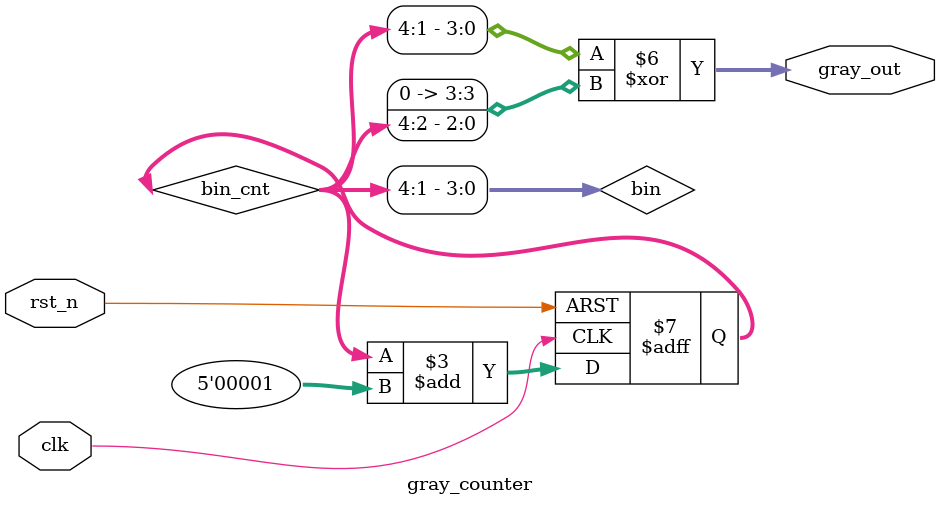
<source format=sv>
`timescale 1ns/1ns

module gray_counter(
    input clk, rst_n,
    output reg [3:0] gray_out
);

    reg [4:0] bin_cnt;
    always @(posedge clk or negedge rst_n) begin
        if(~rst_n) begin
            bin_cnt <= 5'b0;
        end
        else begin
            bin_cnt <= bin_cnt + 5'b1;
        end
    end

    wire [3:0] bin;
    assign bin = bin_cnt[4:1];

    always @(gray_out, bin) begin
        gray_out = bin ^ (bin >> 1);
    end

endmodule

</source>
